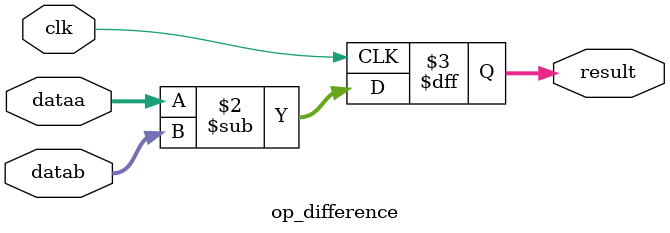
<source format=v>
/****************************************************************************************************
Author    : Zihao Cheng z5108506
Degree 	  : Bachelor of computer engineering
Supovisor : LinKan (George) Gong
Company	  : UNSW Sydney Australia
****************************************************************************************************/
module op_difference
(
	input clk,
	input [3:0] dataa,
	input [3:0] datab,
	output reg [4:0] result
);

	always @ (posedge clk)
	begin
			result <= dataa - datab;
	end

endmodule

</source>
